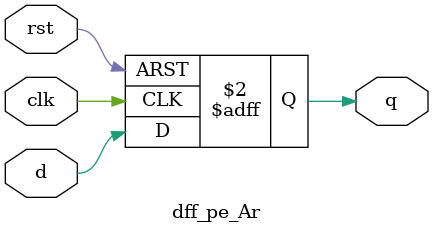
<source format=v>
module dff_pe_Ar(q,d,clk,rst);
input d,clk,rst;
output reg q;
always@(posedge clk or posedge rst)
if(rst)
q<=1'b0;
else
q<=d;
endmodule

</source>
